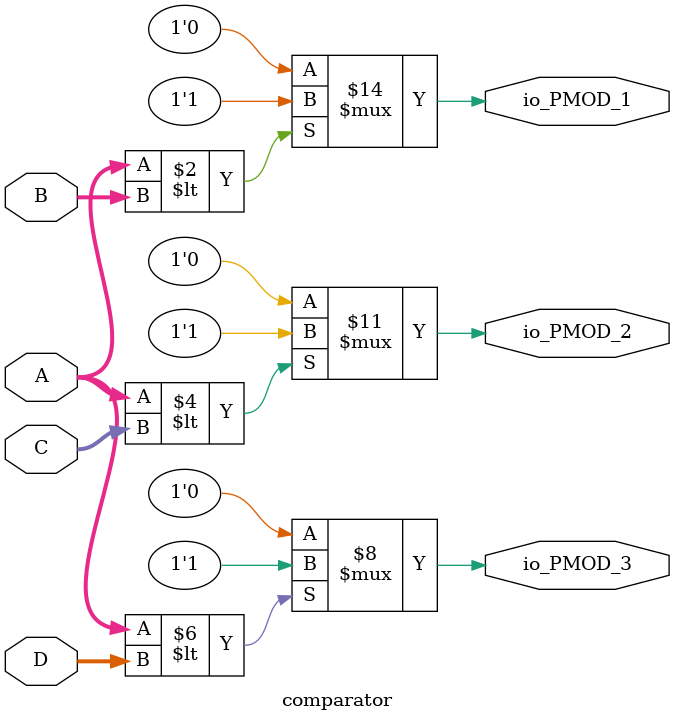
<source format=v>
`timescale 1ns / 1ps

module comparator (
	input [19:0] A,
	input [19:0] B,
	input [19:0] C,
	input [19:0] D,
	output reg io_PMOD_1,//Servo 1 (left/right)
	output reg io_PMOD_2,//Servo 2 (up/down)
	output reg io_PMOD_3 //Servo 3 (fire)
);

    // Run when A or B change
	always @ (A,B)
	begin
	// If A is less than B
	// output is 1.
	if (A < B)
		begin
		io_PMOD_1 <= 1'b1;//PWM <= 1'b1;
		end
	// If A is greater than B
	// output is 0.
	else 
		begin
		io_PMOD_1 <= 1'b0;//PWM <= 1'b0;
		end
	end
	
	// Run when A or C change
	always @ (A,C)
	begin
	// If A is less than C
	// output is 1.
	if (A < C)
		begin
		io_PMOD_2 <= 1'b1;//PWM <= 1'b1;
		end
	// If A is greater than C
	// output is 0.
	else 
		begin
		io_PMOD_2 <= 1'b0;//PWM <= 1'b0;
		end
	end
	
	// Run when A or D change
	always @ (A,D)
	begin
	// If A is less than D
	// output is 1.
	if (A < D)
		begin
		io_PMOD_3 <= 1'b1;//PWM <= 1'b1;
		end
	// If A is greater than D
	// output is 0.
	else 
		begin
		io_PMOD_3 <= 1'b0;//PWM <= 1'b0;
		end
	end
endmodule

</source>
